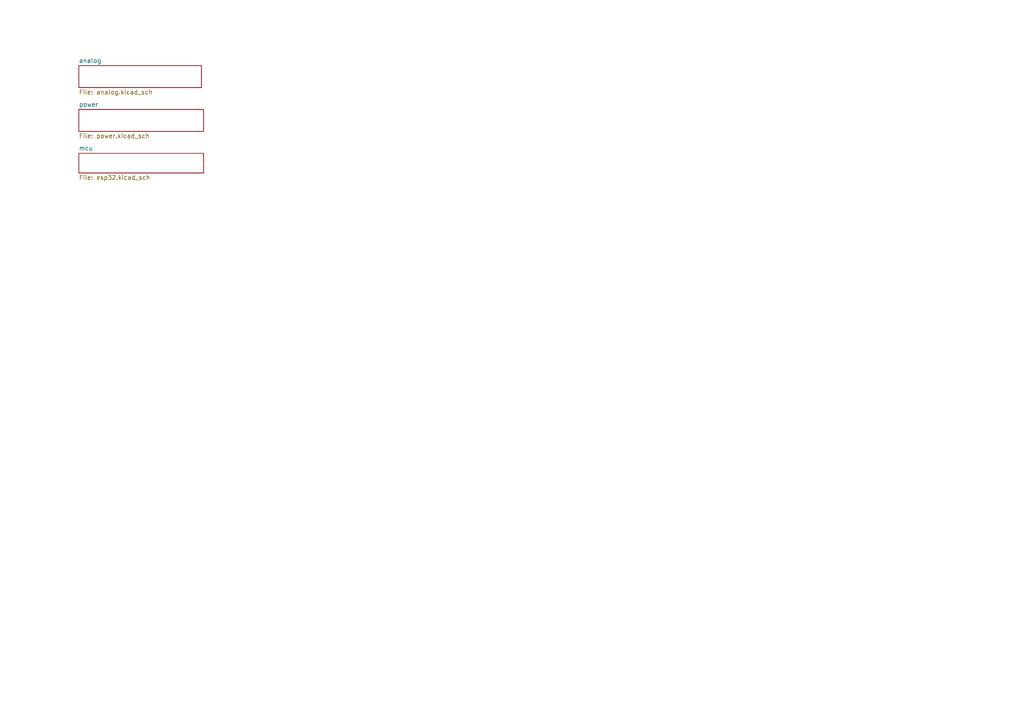
<source format=kicad_sch>
(kicad_sch
	(version 20231120)
	(generator "eeschema")
	(generator_version "8.0")
	(uuid "c6c2037b-4847-4b51-88cd-2a2d03cf9719")
	(paper "A4")
	(lib_symbols)
	(no_connect
		(at -1151.89 -22.86)
		(uuid "8e4ea28e-4642-4db4-a9a0-3c2d0d7dff37")
	)
	(bus_entry
		(at -1151.89 -22.86)
		(size 2.54 2.54)
		(stroke
			(width 0)
			(type default)
		)
		(uuid "87ceda09-d69c-410f-a0d3-81fe7ae60c90")
	)
	(sheet
		(at 22.86 44.45)
		(size 36.195 5.715)
		(fields_autoplaced yes)
		(stroke
			(width 0.1524)
			(type solid)
		)
		(fill
			(color 0 0 0 0.0000)
		)
		(uuid "31ce7126-dff1-45bb-b7da-b264ede8ca3e")
		(property "Sheetname" "mcu"
			(at 22.86 43.7384 0)
			(effects
				(font
					(size 1.27 1.27)
				)
				(justify left bottom)
			)
		)
		(property "Sheetfile" "esp32.kicad_sch"
			(at 22.86 50.7496 0)
			(effects
				(font
					(size 1.27 1.27)
				)
				(justify left top)
			)
		)
		(instances
			(project "base-board"
				(path "/c6c2037b-4847-4b51-88cd-2a2d03cf9719"
					(page "2")
				)
			)
		)
	)
	(sheet
		(at 22.86 31.75)
		(size 36.195 6.35)
		(fields_autoplaced yes)
		(stroke
			(width 0.1524)
			(type solid)
		)
		(fill
			(color 0 0 0 0.0000)
		)
		(uuid "8827a997-4fbf-44c1-b5f0-613ad468c4cb")
		(property "Sheetname" "power"
			(at 22.86 31.0384 0)
			(effects
				(font
					(size 1.27 1.27)
				)
				(justify left bottom)
			)
		)
		(property "Sheetfile" "power.kicad_sch"
			(at 22.86 38.6846 0)
			(effects
				(font
					(size 1.27 1.27)
				)
				(justify left top)
			)
		)
		(instances
			(project "base-board"
				(path "/c6c2037b-4847-4b51-88cd-2a2d03cf9719"
					(page "3")
				)
			)
		)
	)
	(sheet
		(at 22.86 19.05)
		(size 35.56 6.35)
		(fields_autoplaced yes)
		(stroke
			(width 0.1524)
			(type solid)
		)
		(fill
			(color 0 0 0 0.0000)
		)
		(uuid "d127ea89-02c5-45e6-b8f2-3bae39b72911")
		(property "Sheetname" "analog"
			(at 22.86 18.3384 0)
			(effects
				(font
					(size 1.27 1.27)
				)
				(justify left bottom)
			)
		)
		(property "Sheetfile" "analog.kicad_sch"
			(at 22.86 25.9846 0)
			(effects
				(font
					(size 1.27 1.27)
				)
				(justify left top)
			)
		)
		(instances
			(project "base-board"
				(path "/c6c2037b-4847-4b51-88cd-2a2d03cf9719"
					(page "4")
				)
			)
		)
	)
	(sheet_instances
		(path "/"
			(page "1")
		)
	)
)
</source>
